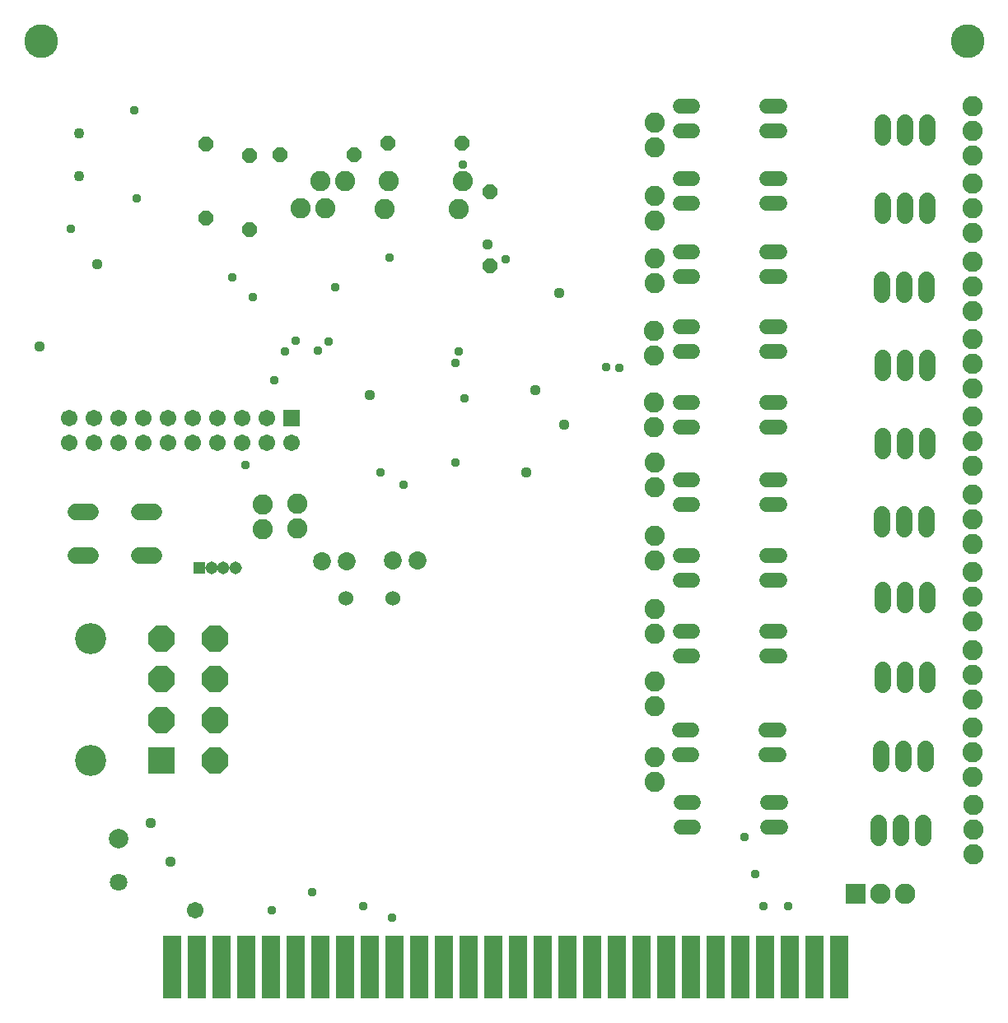
<source format=gbs>
G75*
%MOIN*%
%OFA0B0*%
%FSLAX25Y25*%
%IPPOS*%
%LPD*%
%AMOC8*
5,1,8,0,0,1.08239X$1,22.5*
%
%ADD10C,0.13650*%
%ADD11R,0.07300X0.25800*%
%ADD12C,0.04343*%
%ADD13R,0.05162X0.05162*%
%ADD14C,0.05162*%
%ADD15C,0.07099*%
%ADD16C,0.07887*%
%ADD17C,0.06000*%
%ADD18C,0.08200*%
%ADD19R,0.06737X0.06737*%
%ADD20C,0.06737*%
%ADD21C,0.06000*%
%ADD22C,0.06800*%
%ADD23R,0.08300X0.08300*%
%ADD24C,0.08300*%
%ADD25C,0.07300*%
%ADD26OC8,0.10800*%
%ADD27R,0.10800X0.10800*%
%ADD28C,0.12611*%
%ADD29OC8,0.06000*%
%ADD30C,0.03778*%
%ADD31C,0.04369*%
%ADD32C,0.06706*%
D10*
X0013900Y0392500D03*
X0388900Y0392500D03*
D11*
X0337150Y0017500D03*
X0327150Y0017500D03*
X0317150Y0017500D03*
X0307150Y0017500D03*
X0297150Y0017500D03*
X0287150Y0017500D03*
X0277150Y0017500D03*
X0267150Y0017500D03*
X0257150Y0017500D03*
X0247150Y0017500D03*
X0237150Y0017500D03*
X0227150Y0017500D03*
X0217150Y0017500D03*
X0207150Y0017500D03*
X0197150Y0017500D03*
X0187150Y0017500D03*
X0177150Y0017500D03*
X0167150Y0017500D03*
X0157150Y0017500D03*
X0147150Y0017500D03*
X0137150Y0017500D03*
X0127150Y0017500D03*
X0117150Y0017500D03*
X0107150Y0017500D03*
X0097150Y0017500D03*
X0087150Y0017500D03*
X0077150Y0017500D03*
X0067150Y0017500D03*
D12*
X0029324Y0337863D03*
X0029324Y0355186D03*
D13*
X0077973Y0179123D03*
D14*
X0082894Y0179123D03*
X0087815Y0179123D03*
X0092737Y0179123D03*
D15*
X0045248Y0051752D03*
D16*
X0045248Y0069469D03*
D17*
X0272877Y0074217D02*
X0278077Y0074217D01*
X0278077Y0084217D02*
X0272877Y0084217D01*
X0272309Y0103367D02*
X0277509Y0103367D01*
X0277509Y0113367D02*
X0272309Y0113367D01*
X0272642Y0143544D02*
X0277842Y0143544D01*
X0277842Y0153544D02*
X0272642Y0153544D01*
X0272642Y0174056D02*
X0277842Y0174056D01*
X0277842Y0184056D02*
X0272642Y0184056D01*
X0272642Y0204568D02*
X0277842Y0204568D01*
X0277842Y0214568D02*
X0272642Y0214568D01*
X0272642Y0236064D02*
X0277842Y0236064D01*
X0277842Y0246064D02*
X0272642Y0246064D01*
X0272642Y0266576D02*
X0277842Y0266576D01*
X0277842Y0276576D02*
X0272642Y0276576D01*
X0272642Y0297088D02*
X0277842Y0297088D01*
X0277842Y0307088D02*
X0272642Y0307088D01*
X0272642Y0326615D02*
X0277842Y0326615D01*
X0277842Y0336615D02*
X0272642Y0336615D01*
X0272642Y0356143D02*
X0277842Y0356143D01*
X0277842Y0366143D02*
X0272642Y0366143D01*
X0307842Y0366143D02*
X0313042Y0366143D01*
X0313042Y0356143D02*
X0307842Y0356143D01*
X0307842Y0336615D02*
X0313042Y0336615D01*
X0313042Y0326615D02*
X0307842Y0326615D01*
X0307842Y0307088D02*
X0313042Y0307088D01*
X0313042Y0297088D02*
X0307842Y0297088D01*
X0307842Y0276576D02*
X0313042Y0276576D01*
X0313042Y0266576D02*
X0307842Y0266576D01*
X0307842Y0246064D02*
X0313042Y0246064D01*
X0313042Y0236064D02*
X0307842Y0236064D01*
X0307842Y0214568D02*
X0313042Y0214568D01*
X0313042Y0204568D02*
X0307842Y0204568D01*
X0307842Y0184056D02*
X0313042Y0184056D01*
X0313042Y0174056D02*
X0307842Y0174056D01*
X0307842Y0153544D02*
X0313042Y0153544D01*
X0313042Y0143544D02*
X0307842Y0143544D01*
X0307509Y0113367D02*
X0312709Y0113367D01*
X0312709Y0103367D02*
X0307509Y0103367D01*
X0308077Y0084217D02*
X0313277Y0084217D01*
X0313277Y0074217D02*
X0308077Y0074217D01*
D18*
X0262227Y0092520D03*
X0262227Y0102520D03*
X0262227Y0123031D03*
X0262227Y0133031D03*
X0262227Y0152559D03*
X0262227Y0162559D03*
X0262227Y0182087D03*
X0262227Y0192087D03*
X0262227Y0211614D03*
X0262227Y0221614D03*
X0261940Y0236142D03*
X0261940Y0246142D03*
X0261893Y0265113D03*
X0261893Y0275113D03*
X0262227Y0294291D03*
X0262227Y0304291D03*
X0262227Y0319882D03*
X0262227Y0329882D03*
X0262227Y0349409D03*
X0262227Y0359409D03*
X0184562Y0335630D03*
X0182895Y0324549D03*
X0154562Y0335630D03*
X0152895Y0324549D03*
X0137054Y0335634D03*
X0127054Y0335634D03*
X0129054Y0324635D03*
X0119054Y0324635D03*
X0117734Y0204970D03*
X0117734Y0194970D03*
X0103574Y0194652D03*
X0103574Y0204652D03*
X0391164Y0208740D03*
X0391164Y0220236D03*
X0391164Y0230236D03*
X0391164Y0240236D03*
X0391164Y0251732D03*
X0391164Y0261732D03*
X0391164Y0271732D03*
X0391164Y0283228D03*
X0391164Y0293228D03*
X0391164Y0303228D03*
X0391164Y0314724D03*
X0391164Y0324724D03*
X0391164Y0334724D03*
X0391164Y0346220D03*
X0391164Y0356220D03*
X0391164Y0366220D03*
X0391164Y0198740D03*
X0391164Y0188740D03*
X0391164Y0177244D03*
X0391164Y0167244D03*
X0391164Y0157244D03*
X0391164Y0145748D03*
X0391164Y0135748D03*
X0391164Y0125748D03*
X0391164Y0114252D03*
X0391164Y0104252D03*
X0391164Y0094252D03*
X0391213Y0083002D03*
X0391213Y0073002D03*
X0391213Y0063002D03*
D19*
X0115384Y0239744D03*
D20*
X0105384Y0239744D03*
X0105384Y0229744D03*
X0115384Y0229744D03*
X0095384Y0229744D03*
X0095384Y0239744D03*
X0085384Y0239744D03*
X0085384Y0229744D03*
X0075384Y0229744D03*
X0075384Y0239744D03*
X0065384Y0239744D03*
X0065384Y0229744D03*
X0055384Y0229744D03*
X0055384Y0239744D03*
X0045384Y0239744D03*
X0045384Y0229744D03*
X0035384Y0229744D03*
X0035384Y0239744D03*
X0025384Y0239744D03*
X0025384Y0229744D03*
D21*
X0137446Y0166771D03*
X0156446Y0166771D03*
D22*
X0059529Y0184081D02*
X0053529Y0184081D01*
X0053529Y0201881D02*
X0059529Y0201881D01*
X0033929Y0201881D02*
X0027929Y0201881D01*
X0027929Y0184081D02*
X0033929Y0184081D01*
X0354307Y0194836D02*
X0354307Y0200836D01*
X0363307Y0200836D02*
X0363307Y0194836D01*
X0372307Y0194836D02*
X0372307Y0200836D01*
X0372641Y0226410D02*
X0372641Y0232410D01*
X0363641Y0232410D02*
X0363641Y0226410D01*
X0354641Y0226410D02*
X0354641Y0232410D01*
X0354641Y0258224D02*
X0354641Y0264224D01*
X0363641Y0264224D02*
X0363641Y0258224D01*
X0372641Y0258224D02*
X0372641Y0264224D01*
X0372307Y0289845D02*
X0372307Y0295845D01*
X0363307Y0295845D02*
X0363307Y0289845D01*
X0354307Y0289845D02*
X0354307Y0295845D01*
X0354641Y0321580D02*
X0354641Y0327580D01*
X0363641Y0327580D02*
X0363641Y0321580D01*
X0372641Y0321580D02*
X0372641Y0327580D01*
X0372605Y0353342D02*
X0372605Y0359342D01*
X0363605Y0359342D02*
X0363605Y0353342D01*
X0354605Y0353342D02*
X0354605Y0359342D01*
X0354641Y0170100D02*
X0354641Y0164100D01*
X0363641Y0164100D02*
X0363641Y0170100D01*
X0372641Y0170100D02*
X0372641Y0164100D01*
X0372641Y0137797D02*
X0372641Y0131797D01*
X0363641Y0131797D02*
X0363641Y0137797D01*
X0354641Y0137797D02*
X0354641Y0131797D01*
X0353974Y0105618D02*
X0353974Y0099618D01*
X0362974Y0099618D02*
X0362974Y0105618D01*
X0371974Y0105618D02*
X0371974Y0099618D01*
X0371111Y0075610D02*
X0371111Y0069610D01*
X0362111Y0069610D02*
X0362111Y0075610D01*
X0353111Y0075610D02*
X0353111Y0069610D01*
D23*
X0343849Y0047173D03*
D24*
X0353849Y0047173D03*
X0363849Y0047173D03*
D25*
X0166361Y0182197D03*
X0156361Y0182197D03*
X0137692Y0181769D03*
X0127692Y0181769D03*
D26*
X0084427Y0150405D03*
X0084427Y0133905D03*
X0084427Y0117405D03*
X0084427Y0100905D03*
X0062727Y0117405D03*
X0062727Y0133905D03*
X0062727Y0150405D03*
D27*
X0062727Y0100905D03*
D28*
X0033987Y0100905D03*
X0033987Y0150405D03*
D29*
X0195714Y0301302D03*
X0195714Y0331302D03*
X0184383Y0350965D03*
X0154383Y0350965D03*
X0140721Y0346299D03*
X0110721Y0346299D03*
X0098390Y0345967D03*
X0080725Y0350634D03*
X0080725Y0320634D03*
X0098390Y0315967D03*
D30*
X0091391Y0296638D03*
X0099723Y0288638D03*
X0117116Y0271174D03*
X0112687Y0266744D03*
X0108389Y0254975D03*
X0126082Y0267013D03*
X0130337Y0270748D03*
X0133053Y0292638D03*
X0155051Y0304637D03*
X0183048Y0266641D03*
X0181715Y0261974D03*
X0185382Y0247642D03*
X0181715Y0221645D03*
X0160849Y0212787D03*
X0151385Y0217645D03*
X0096724Y0220645D03*
X0026064Y0316302D03*
X0052728Y0328634D03*
X0051728Y0364297D03*
X0184715Y0342300D03*
X0202187Y0304213D03*
X0242709Y0260308D03*
X0248042Y0259974D03*
X0298704Y0069994D03*
X0303037Y0054995D03*
X0306370Y0041996D03*
X0316369Y0041996D03*
X0156051Y0037330D03*
X0144386Y0041996D03*
X0123721Y0047662D03*
X0107389Y0040330D03*
D31*
X0066361Y0060118D03*
X0058487Y0075866D03*
X0210463Y0217636D03*
X0225809Y0236950D03*
X0213998Y0251063D03*
X0223841Y0290433D03*
X0194838Y0310118D03*
X0147132Y0249094D03*
X0036833Y0302113D03*
X0013211Y0268780D03*
D32*
X0076203Y0040433D03*
M02*

</source>
